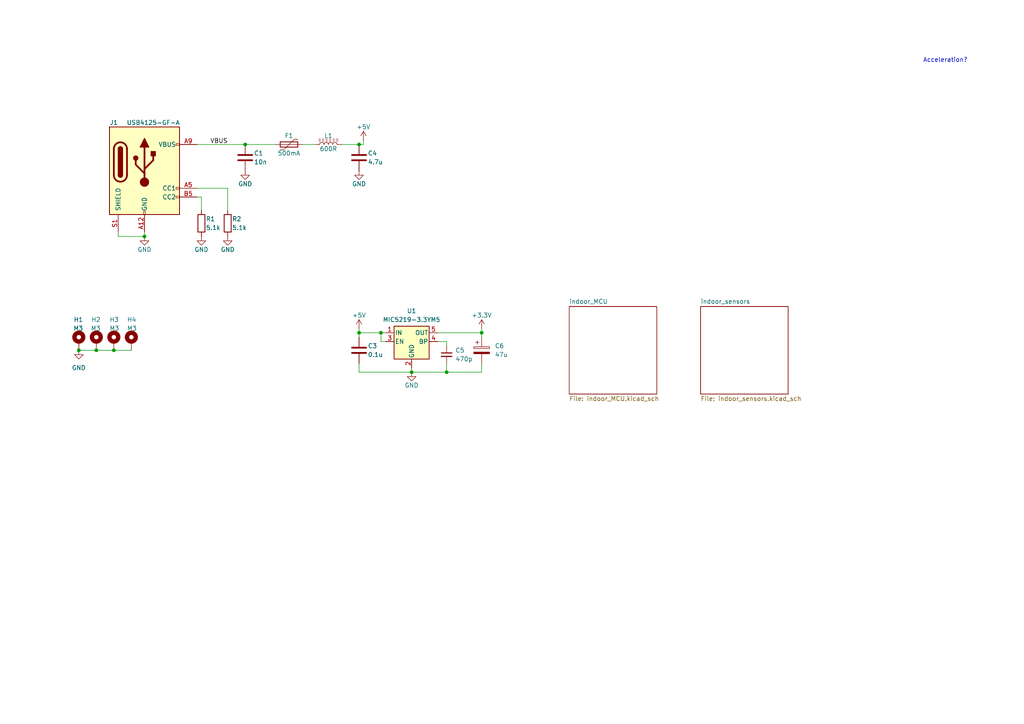
<source format=kicad_sch>
(kicad_sch (version 20250114) (generator "eeschema") (generator_version "9.0")
  (paper "A4")
  (title_block (title "Indoor Sensor Board") (date "2025-10-09") (rev "A1"))
  (lib_symbols
    (symbol "Connector:USB_C_Receptacle_PowerOnly_6P" (pin_names (offset 1.016))
      (property "Reference" "J" (at 0 16.51 0))
      (property "Value" "USB_C_Receptacle_PowerOnly_6P" (at 0 13.97 0))
      (symbol "USB_C_Receptacle_PowerOnly_6P_0_0"
        (rectangle (start -0.254 -12.7) (end 0.254 -11.684))
        (rectangle (start 10.16 7.874) (end 9.144 7.366))
        (rectangle (start 10.16 -4.826) (end 9.144 -5.334))
        (rectangle (start 10.16 -7.366) (end 9.144 -7.874))
      )
      (symbol "USB_C_Receptacle_PowerOnly_6P_0_1"
        (rectangle (start -10.16 12.7) (end 10.16 -12.7) (stroke (width 0.254)) (fill (type background)))
        (polyline (pts (xy -8.89 -1.27) (xy -8.89 6.35)) (stroke (width 0.508)))
        (rectangle (start -7.62 -1.27) (end -6.35 6.35) (stroke (width 0.254)) (fill (type outline)))
        (arc (start -7.62 6.35) (mid -6.985 6.9823) (end -6.35 6.35) (stroke (width 0.254)))
        (arc (start -7.62 6.35) (mid -6.985 6.9823) (end -6.35 6.35) (stroke (width 0.254)) (fill (type outline)))
        (arc (start -8.89 6.35) (mid -6.985 8.2467) (end -5.08 6.35) (stroke (width 0.508)))
        (arc (start -5.08 -1.27) (mid -6.985 -3.1667) (end -8.89 -1.27) (stroke (width 0.508)))
        (arc (start -6.35 -1.27) (mid -6.985 -1.9023) (end -7.62 -1.27) (stroke (width 0.254)))
        (arc (start -6.35 -1.27) (mid -6.985 -1.9023) (end -7.62 -1.27) (stroke (width 0.254)) (fill (type outline)))
        (polyline (pts (xy -5.08 6.35) (xy -5.08 -1.27)) (stroke (width 0.508)))
        (circle (center -2.54 3.683) (radius 0.635) (stroke (width 0.254)) (fill (type outline)))
        (polyline (pts (xy -1.27 6.858) (xy 0 9.398) (xy 1.27 6.858) (xy -1.27 6.858)) (stroke (width 0.254)) (fill (type outline)))
        (polyline (pts (xy 0 0.508) (xy 2.54 3.048) (xy 2.54 4.318)) (stroke (width 0.508)))
        (polyline (pts (xy 0 -0.762) (xy -2.54 1.778) (xy -2.54 3.048)) (stroke (width 0.508)))
        (polyline (pts (xy 0 -3.302) (xy 0 6.858)) (stroke (width 0.508)))
        (circle (center 0 -3.302) (radius 1.27) (fill (type outline)))
        (rectangle (start 1.905 4.318) (end 3.175 5.588) (stroke (width 0.254)) (fill (type outline)))
      )
      (symbol "USB_C_Receptacle_PowerOnly_6P_1_1"
        (pin passive line (at -7.62 -17.78 90) (length 5.08) (name "SHIELD") (number "S1"))
        (pin passive line (at 0 -17.78 90) (length 5.08) (name "GND") (number "A12"))
        (pin passive line (at 0 -17.78 90) (length 5.08) (hide yes) (name "GND") (number "B12"))
        (pin passive line (at 15.24 7.62 180) (length 5.08) (name "VBUS") (number "A9"))
        (pin passive line (at 15.24 7.62 180) (length 5.08) (hide yes) (name "VBUS") (number "B9"))
        (pin bidirectional line (at 15.24 -5.08 180) (length 5.08) (name "CC1") (number "A5"))
        (pin bidirectional line (at 15.24 -7.62 180) (length 5.08) (name "CC2") (number "B5"))
      )
    )
    (symbol "Device:C" (pin_numbers (hide yes)) (pin_names (offset 0.254))
      (property "Reference" "C" (at 0.635 2.54 0))
      (property "Value" "C" (at 0.635 -2.54 0))
      (symbol "C_0_1"
        (polyline (pts (xy -2.032 0.762) (xy 2.032 0.762)) (stroke (width 0.508)))
        (polyline (pts (xy -2.032 -0.762) (xy 2.032 -0.762)) (stroke (width 0.508)))
      )
      (symbol "C_1_1"
        (pin passive line (at 0 3.81 270) (length 2.794) (name "~") (number "1"))
        (pin passive line (at 0 -3.81 90) (length 2.794) (name "~") (number "2"))
      )
    )
    (symbol "Device:C_Polarized" (pin_numbers (hide yes)) (pin_names (offset 0.254))
      (property "Reference" "C" (at 0.635 2.54 0))
      (property "Value" "C_Polarized" (at 0.635 -2.54 0))
      (symbol "C_Polarized_0_1"
        (rectangle (start -2.286 0.508) (end 2.286 1.016))
        (polyline (pts (xy -1.778 2.286) (xy -0.762 2.286)))
        (polyline (pts (xy -1.27 2.794) (xy -1.27 1.778)))
        (rectangle (start 2.286 -0.508) (end -2.286 -1.016) (fill (type outline)))
      )
      (symbol "C_Polarized_1_1"
        (pin passive line (at 0 3.81 270) (length 2.794) (name "~") (number "1"))
        (pin passive line (at 0 -3.81 90) (length 2.794) (name "~") (number "2"))
      )
    )
    (symbol "Device:C_Small" (pin_numbers (hide yes)) (pin_names (offset 0.254) (hide yes))
      (property "Reference" "C" (at 0.254 1.778 0))
      (property "Value" "C_Small" (at 0.254 -2.032 0))
      (symbol "C_Small_0_1"
        (polyline (pts (xy -1.524 0.508) (xy 1.524 0.508)) (stroke (width 0.3048)))
        (polyline (pts (xy -1.524 -0.508) (xy 1.524 -0.508)) (stroke (width 0.3302)))
      )
      (symbol "C_Small_1_1"
        (pin passive line (at 0 2.54 270) (length 2.032) (name "~") (number "1"))
        (pin passive line (at 0 -2.54 90) (length 2.032) (name "~") (number "2"))
      )
    )
    (symbol "Device:L_Ferrite" (pin_numbers (hide yes)) (pin_names (offset 1.016) (hide yes))
      (property "Reference" "L" (at -1.27 0 90))
      (property "Value" "L_Ferrite" (at 2.794 0 90))
      (symbol "L_Ferrite_0_1"
        (arc (start 0 2.54) (mid 0.6323 1.905) (end 0 1.27))
        (arc (start 0 1.27) (mid 0.6323 0.635) (end 0 0))
        (arc (start 0 0) (mid 0.6323 -0.635) (end 0 -1.27))
        (arc (start 0 -1.27) (mid 0.6323 -1.905) (end 0 -2.54))
        (polyline (pts (xy 1.016 2.286) (xy 1.016 2.794)))
        (polyline (pts (xy 1.016 1.27) (xy 1.016 1.778)))
        (polyline (pts (xy 1.016 0.254) (xy 1.016 0.762)))
        (polyline (pts (xy 1.016 -0.762) (xy 1.016 -0.254)))
        (polyline (pts (xy 1.016 -1.778) (xy 1.016 -1.27)))
        (polyline (pts (xy 1.016 -2.794) (xy 1.016 -2.286)))
        (polyline (pts (xy 1.524 2.794) (xy 1.524 2.286)))
        (polyline (pts (xy 1.524 1.778) (xy 1.524 1.27)))
        (polyline (pts (xy 1.524 0.762) (xy 1.524 0.254)))
        (polyline (pts (xy 1.524 -0.254) (xy 1.524 -0.762)))
        (polyline (pts (xy 1.524 -1.27) (xy 1.524 -1.778)))
        (polyline (pts (xy 1.524 -2.286) (xy 1.524 -2.794)))
      )
      (symbol "L_Ferrite_1_1"
        (pin passive line (at 0 3.81 270) (length 1.27) (name "1") (number "1"))
        (pin passive line (at 0 -3.81 90) (length 1.27) (name "2") (number "2"))
      )
    )
    (symbol "Device:Polyfuse" (pin_numbers (hide yes)) (pin_names (offset 0))
      (property "Reference" "F" (at -2.54 0 90))
      (property "Value" "Polyfuse" (at 2.54 0 90))
      (symbol "Polyfuse_0_1"
        (polyline (pts (xy -1.524 2.54) (xy -1.524 1.524) (xy 1.524 -1.524) (xy 1.524 -2.54)))
        (rectangle (start -0.762 2.54) (end 0.762 -2.54) (stroke (width 0.254)))
        (polyline (pts (xy 0 2.54) (xy 0 -2.54)))
      )
      (symbol "Polyfuse_1_1"
        (pin passive line (at 0 3.81 270) (length 1.27) (name "~") (number "1"))
        (pin passive line (at 0 -3.81 90) (length 1.27) (name "~") (number "2"))
      )
    )
    (symbol "Device:R" (pin_numbers (hide yes)) (pin_names (offset 0))
      (property "Reference" "R" (at 2.032 0 90))
      (property "Value" "R" (at 0 0 90))
      (symbol "R_0_1"
        (rectangle (start -1.016 -2.54) (end 1.016 2.54) (stroke (width 0.254)))
      )
      (symbol "R_1_1"
        (pin passive line (at 0 3.81 270) (length 1.27) (name "~") (number "1"))
        (pin passive line (at 0 -3.81 90) (length 1.27) (name "~") (number "2"))
      )
    )
    (symbol "Mechanical:MountingHole_Pad" (pin_numbers (hide yes)) (pin_names (offset 1.016) (hide yes)) (in_bom no)
      (property "Reference" "H" (at 0 6.35 0))
      (property "Value" "MountingHole_Pad" (at 0 4.445 0))
      (symbol "MountingHole_Pad_0_1"
        (circle (center 0 1.27) (radius 1.27) (stroke (width 1.27)))
      )
      (symbol "MountingHole_Pad_1_1"
        (pin input line (at 0 -2.54 90) (length 2.54) (name "1") (number "1"))
      )
    )
    (symbol "Regulator_Linear:MIC5219-3.3YM5" (pin_names (offset 0.254))
      (property "Reference" "U" (at -3.81 5.715 0))
      (property "Value" "MIC5219-3.3YM5" (at 0 5.715 0))
      (symbol "MIC5219-3.3YM5_0_1"
        (rectangle (start -5.08 4.445) (end 5.08 -5.08) (stroke (width 0.254)) (fill (type background)))
      )
      (symbol "MIC5219-3.3YM5_1_1"
        (pin power_in line (at -7.62 2.54 0) (length 2.54) (name "IN") (number "1"))
        (pin input line (at -7.62 0 0) (length 2.54) (name "EN") (number "3"))
        (pin power_in line (at 0 -7.62 90) (length 2.54) (name "GND") (number "2"))
        (pin power_out line (at 7.62 2.54 180) (length 2.54) (name "OUT") (number "5"))
        (pin input line (at 7.62 0 180) (length 2.54) (name "BP") (number "4"))
      )
    )
    (symbol "power:+3.3V" (power) (pin_numbers (hide yes)) (pin_names (offset 0) (hide yes))
      (property "Value" "+3.3V" (at 0 3.556 0))
      (symbol "+3.3V_0_1"
        (polyline (pts (xy -0.762 1.27) (xy 0 2.54)))
        (polyline (pts (xy 0 2.54) (xy 0.762 1.27)))
        (polyline (pts (xy 0 0) (xy 0 2.54)))
      )
      (symbol "+3.3V_1_1"
        (pin power_in line (at 0 0 90) (length 0) (name "~") (number "1"))
      )
    )
    (symbol "power:+5V" (power) (pin_numbers (hide yes)) (pin_names (offset 0) (hide yes))
      (property "Value" "+5V" (at 0 3.556 0))
      (symbol "+5V_0_1"
        (polyline (pts (xy -0.762 1.27) (xy 0 2.54)))
        (polyline (pts (xy 0 2.54) (xy 0.762 1.27)))
        (polyline (pts (xy 0 0) (xy 0 2.54)))
      )
      (symbol "+5V_1_1"
        (pin power_in line (at 0 0 90) (length 0) (name "~") (number "1"))
      )
    )
    (symbol "power:GND" (power) (pin_numbers (hide yes)) (pin_names (offset 0) (hide yes))
      (property "Value" "GND" (at 0 -3.81 0))
      (symbol "GND_0_1"
        (polyline (pts (xy 0 0) (xy 0 -1.27) (xy 1.27 -1.27) (xy 0 -2.54) (xy -1.27 -1.27) (xy 0 -1.27)))
      )
      (symbol "GND_1_1"
        (pin power_in line (at 0 0 270) (length 0) (name "~") (number "1"))
      )
    )
  )
  (text "Acceleration?" (at 267.716 17.526 0) (effects (font (size 1.27 1.27)) (justify left)))
  (junction (at 139.7 96.52))
  (junction (at 104.14 41.91))
  (junction (at 22.86 101.6))
  (junction (at 129.54 107.95))
  (junction (at 41.91 68.58))
  (junction (at 33.02 101.6))
  (junction (at 110.49 96.52))
  (junction (at 119.38 107.95))
  (junction (at 104.14 96.52))
  (junction (at 71.12 41.91))
  (junction (at 27.94 101.6))
  (wire (pts (xy 111.76 99.06) (xy 110.49 99.06)))
  (wire (pts (xy 104.14 107.95) (xy 119.38 107.95)))
  (wire (pts (xy 139.7 95.25) (xy 139.7 96.52)))
  (wire (pts (xy 33.02 101.6) (xy 38.1 101.6)))
  (wire (pts (xy 99.06 41.91) (xy 104.14 41.91)))
  (wire (pts (xy 27.94 101.6) (xy 33.02 101.6)))
  (wire (pts (xy 119.38 107.95) (xy 119.38 106.68)))
  (wire (pts (xy 104.14 96.52) (xy 110.49 96.52)))
  (wire (pts (xy 34.29 68.58) (xy 34.29 67.31)))
  (wire (pts (xy 127 96.52) (xy 139.7 96.52)))
  (wire (pts (xy 87.63 41.91) (xy 91.44 41.91)))
  (wire (pts (xy 71.12 41.91) (xy 80.01 41.91)))
  (wire (pts (xy 110.49 99.06) (xy 110.49 96.52)))
  (wire (pts (xy 129.54 105.41) (xy 129.54 107.95)))
  (wire (pts (xy 34.29 68.58) (xy 41.91 68.58)))
  (wire (pts (xy 58.42 57.15) (xy 58.42 60.96)))
  (wire (pts (xy 66.04 54.61) (xy 66.04 60.96)))
  (wire (pts (xy 104.14 105.41) (xy 104.14 107.95)))
  (wire (pts (xy 104.14 97.79) (xy 104.14 96.52)))
  (wire (pts (xy 104.14 41.91) (xy 105.41 41.91)))
  (wire (pts (xy 139.7 97.79) (xy 139.7 96.52)))
  (wire (pts (xy 110.49 96.52) (xy 111.76 96.52)))
  (wire (pts (xy 58.42 57.15) (xy 57.15 57.15)))
  (wire (pts (xy 127 99.06) (xy 129.54 99.06)))
  (wire (pts (xy 139.7 107.95) (xy 129.54 107.95)))
  (wire (pts (xy 57.15 41.91) (xy 71.12 41.91)))
  (wire (pts (xy 139.7 105.41) (xy 139.7 107.95)))
  (wire (pts (xy 41.91 68.58) (xy 41.91 67.31)))
  (wire (pts (xy 129.54 107.95) (xy 119.38 107.95)))
  (wire (pts (xy 57.15 54.61) (xy 66.04 54.61)))
  (wire (pts (xy 105.41 40.64) (xy 105.41 41.91)))
  (wire (pts (xy 129.54 99.06) (xy 129.54 100.33)))
  (wire (pts (xy 22.86 101.6) (xy 27.94 101.6)))
  (wire (pts (xy 104.14 95.25) (xy 104.14 96.52)))
  (label "VBUS" (at 60.96 41.91 0))
  (symbol (lib_id "Device:C") (at 104.14 101.6 0) (unit 1)
    (property "Reference" "C3" (at 106.68 100.33 0) (effects (justify left)))
    (property "Value" "0.1u" (at 106.68 102.87 0) (effects (justify left)))
    (property "Footprint" "Capacitor_SMD:C_0402_1005Metric" (effects (hide yes)))
    (property "Description" "Unpolarized capacitor" (effects (hide yes)))
  )
  (symbol (lib_id "power:+5V") (at 104.14 95.25 0) (unit 1)
    (property "Reference" "#PWR07" (effects (hide yes)))
    (property "Value" "+5V" (at 104.14 91.44 0))
    (property "Description" "Power symbol creates a global label with name \"+5V\"" (effects (hide yes)))
  )
  (symbol (lib_id "power:GND") (at 58.42 68.58 0) (unit 1)
    (property "Reference" "#PWR03" (effects (hide yes)))
    (property "Value" "GND" (at 58.42 72.39 0))
    (property "Description" "Power symbol creates a global label with name \"GND\" , ground" (effects (hide yes)))
  )
  (symbol (lib_id "Mechanical:MountingHole_Pad") (at 27.94 99.06 0) (mirror y) (unit 1) (in_bom no)
    (property "Reference" "H2" (at 29.21 92.71 0) (effects (justify left)))
    (property "Value" "M3" (at 29.21 95.25 0) (effects (justify left)))
    (property "Footprint" "MountingHole:MountingHole_3.2mm_M3_Pad" (effects (hide yes)))
    (property "Description" "Mounting Hole with connection" (effects (hide yes)))
  )
  (symbol (lib_id "Regulator_Linear:MIC5219-3.3YM5") (at 119.38 99.06 0) (unit 1)
    (property "Reference" "U1" (at 119.38 90.17 0))
    (property "Value" "MIC5219-3.3YM5" (at 119.38 92.71 0))
    (property "Footprint" "Package_TO_SOT_SMD:SOT-23-5" (effects (hide yes)))
    (property "Datasheet" "http://ww1.microchip.com/downloads/en/DeviceDoc/MIC5219-500mA-Peak-Output-LDO-Regulator-DS20006021A.pdf" (effects (hide yes)))
    (property "Description" "500mA low dropout linear regulator, fixed 3.3V output, SOT-23-5" (effects (hide yes)))
    (property "MPN" "MIC5219-3.3YM5-TR" (effects (hide yes)))
    (property "Mouser PN" "998-MIC5219-3.3YM5TR" (effects (hide yes)))
  )
  (symbol (lib_id "Device:C") (at 104.14 45.72 0) (unit 1)
    (property "Reference" "C4" (at 106.68 44.45 0) (effects (justify left)))
    (property "Value" "4.7u" (at 106.68 46.99 0) (effects (justify left)))
    (property "Footprint" "Capacitor_SMD:C_0805_2012Metric" (effects (hide yes)))
    (property "Description" "Unpolarized capacitor" (effects (hide yes)))
  )
  (symbol (lib_id "power:GND") (at 66.04 68.58 0) (unit 1)
    (property "Reference" "#PWR04" (effects (hide yes)))
    (property "Value" "GND" (at 66.04 72.39 0))
    (property "Description" "Power symbol creates a global label with name \"GND\" , ground" (effects (hide yes)))
  )
  (symbol (lib_id "power:GND") (at 71.12 49.53 0) (unit 1)
    (property "Reference" "#PWR05" (effects (hide yes)))
    (property "Value" "GND" (at 71.12 53.34 0))
    (property "Description" "Power symbol creates a global label with name \"GND\" , ground" (effects (hide yes)))
  )
  (symbol (lib_id "Mechanical:MountingHole_Pad") (at 33.02 99.06 0) (unit 1) (in_bom no)
    (property "Reference" "H3" (at 31.75 92.71 0) (effects (justify left)))
    (property "Value" "M3" (at 31.75 95.25 0) (effects (justify left)))
    (property "Footprint" "MountingHole:MountingHole_3.2mm_M3_Pad" (effects (hide yes)))
    (property "Description" "Mounting Hole with connection" (effects (hide yes)))
  )
  (symbol (lib_id "Device:C_Small") (at 129.54 102.87 0) (unit 1)
    (property "Reference" "C5" (at 132.08 101.6 0) (effects (justify left)))
    (property "Value" "470p" (at 132.08 104.14 0) (effects (justify left)))
    (property "Description" "Unpolarized capacitor, small symbol" (effects (hide yes)))
  )
  (symbol (lib_id "Device:L_Ferrite") (at 95.25 41.91 90) (unit 1)
    (property "Reference" "L1" (at 95.25 39.37 90))
    (property "Value" "600R" (at 95.25 43.18 90))
    (property "Footprint" "Inductor_SMD:L_0805_2012Metric" (effects (hide yes)))
    (property "Description" "Inductor with ferrite core" (effects (hide yes)))
    (property "MPN" "HZ0805E601R-10" (effects (hide yes)))
    (property "Mouser PN" "875-HZ0805E601R-10" (effects (hide yes)))
  )
  (symbol (lib_id "power:GND") (at 104.14 49.53 0) (unit 1)
    (property "Reference" "#PWR08" (effects (hide yes)))
    (property "Value" "GND" (at 104.14 53.34 0))
    (property "Description" "Power symbol creates a global label with name \"GND\" , ground" (effects (hide yes)))
  )
  (symbol (lib_id "Device:Polyfuse") (at 83.82 41.91 90) (unit 1)
    (property "Reference" "F1" (at 83.82 39.37 90))
    (property "Value" "500mA" (at 83.82 44.45 90))
    (property "Footprint" "Fuse:Fuse_0805_2012Metric" (effects (hide yes)))
    (property "Description" "Resettable fuse, polymeric positive temperature coefficient" (effects (hide yes)))
  )
  (symbol (lib_id "Device:C_Polarized") (at 139.7 101.6 0) (unit 1)
    (property "Reference" "C6" (at 143.51 100.33 0) (effects (justify left)))
    (property "Value" "47u" (at 143.51 102.87 0) (effects (justify left)))
    (property "Footprint" "Capacitor_Tantalum_SMD:CP_EIA-7343-31_Kemet-D" (effects (hide yes)))
    (property "Description" "Polarized capacitor" (effects (hide yes)))
    (property "MPN" "T491D476K010AT" (effects (hide yes)))
    (property "Mouser PN" "80-T491D476K010" (effects (hide yes)))
  )
  (symbol (lib_id "power:GND") (at 41.91 68.58 0) (unit 1)
    (property "Reference" "#PWR02" (effects (hide yes)))
    (property "Value" "GND" (at 41.91 72.39 0))
    (property "Description" "Power symbol creates a global label with name \"GND\" , ground" (effects (hide yes)))
  )
  (symbol (lib_id "Device:R") (at 58.42 64.77 0) (unit 1)
    (property "Reference" "R1" (at 59.69 63.5 0) (effects (justify left)))
    (property "Value" "5.1k" (at 59.69 66.04 0) (effects (justify left)))
    (property "Footprint" "Resistor_SMD:R_0603_1608Metric" (effects (hide yes)))
    (property "Description" "Resistor" (effects (hide yes)))
  )
  (symbol (lib_id "power:+3.3V") (at 139.7 95.25 0) (unit 1)
    (property "Reference" "#PWR011" (effects (hide yes)))
    (property "Value" "+3.3V" (at 139.7 91.44 0))
    (property "Description" "Power symbol creates a global label with name \"+3.3V\"" (effects (hide yes)))
  )
  (symbol (lib_id "Mechanical:MountingHole_Pad") (at 38.1 99.06 0) (unit 1) (in_bom no)
    (property "Reference" "H4" (at 36.83 92.71 0) (effects (justify left)))
    (property "Value" "M3" (at 36.83 95.25 0) (effects (justify left)))
    (property "Footprint" "MountingHole:MountingHole_3.2mm_M3_Pad" (effects (hide yes)))
    (property "Description" "Mounting Hole with connection" (effects (hide yes)))
  )
  (symbol (lib_id "power:+5V") (at 105.41 40.64 0) (unit 1)
    (property "Reference" "#PWR09" (effects (hide yes)))
    (property "Value" "+5V" (at 105.41 36.83 0))
    (property "Description" "Power symbol creates a global label with name \"+5V\"" (effects (hide yes)))
  )
  (symbol (lib_id "Device:C") (at 71.12 45.72 0) (unit 1)
    (property "Reference" "C1" (at 73.66 44.45 0) (effects (justify left)))
    (property "Value" "10n" (at 73.66 46.99 0) (effects (justify left)))
    (property "Description" "Unpolarized capacitor" (effects (hide yes)))
  )
  (symbol (lib_id "Mechanical:MountingHole_Pad") (at 22.86 99.06 0) (mirror y) (unit 1) (in_bom no)
    (property "Reference" "H1" (at 24.13 92.71 0) (effects (justify left)))
    (property "Value" "M3" (at 24.13 95.25 0) (effects (justify left)))
    (property "Footprint" "MountingHole:MountingHole_3.2mm_M3_Pad" (effects (hide yes)))
    (property "Description" "Mounting Hole with connection" (effects (hide yes)))
  )
  (symbol (lib_id "power:GND") (at 22.86 101.6 0) (unit 1)
    (property "Reference" "#PWR01" (effects (hide yes)))
    (property "Value" "GND" (at 22.86 106.68 0))
    (property "Description" "Power symbol creates a global label with name \"GND\" , ground" (effects (hide yes)))
  )
  (symbol (lib_id "Device:R") (at 66.04 64.77 0) (unit 1)
    (property "Reference" "R2" (at 67.31 63.5 0) (effects (justify left)))
    (property "Value" "5.1k" (at 67.31 66.04 0) (effects (justify left)))
    (property "Footprint" "Resistor_SMD:R_0603_1608Metric" (effects (hide yes)))
    (property "Description" "Resistor" (effects (hide yes)))
  )
  (symbol (lib_id "power:GND") (at 119.38 107.95 0) (unit 1)
    (property "Reference" "#PWR010" (effects (hide yes)))
    (property "Value" "GND" (at 119.38 111.76 0))
    (property "Description" "Power symbol creates a global label with name \"GND\" , ground" (effects (hide yes)))
  )
  (symbol (lib_id "Connector:USB_C_Receptacle_PowerOnly_6P") (at 41.91 49.53 0) (unit 1)
    (property "Reference" "J1" (at 33.02 35.56 0))
    (property "Value" "USB4125-GF-A" (at 44.45 35.56 0))
    (property "Footprint" "Connector_USB:USB_C_Receptacle_GCT_USB4125-xx-x-0190_6P_TopMnt_Horizontal" (effects (hide yes)))
    (property "Datasheet" "https://www.usb.org/sites/default/files/documents/usb_type-c.zip" (effects (hide yes)))
    (property "Description" "USB Power-Only 6P Type-C Receptacle connector" (effects (hide yes)))
    (property "MPN" "USB4125-GF-A" (effects (hide yes)))
    (property "Mouser PN" "640-USB4125-GF-A" (effects (hide yes)))
  )
  (sheet (at 165.1 88.9) (size 25.4 25.4) (stroke (width 0.1524))
    (property "Sheetname" "indoor_MCU" (at 165.1 88.1884 0) (effects (justify left bottom)))
    (property "Sheetfile" "indoor_MCU.kicad_sch" (at 165.1 114.8846 0) (effects (justify left top)))
  )
  (sheet (at 203.2 88.9) (size 25.4 25.4) (stroke (width 0.1524))
    (property "Sheetname" "indoor_sensors" (at 203.2 88.1884 0) (effects (justify left bottom)))
    (property "Sheetfile" "indoor_sensors.kicad_sch" (at 203.2 114.8846 0) (effects (justify left top)))
  )
)
</source>
